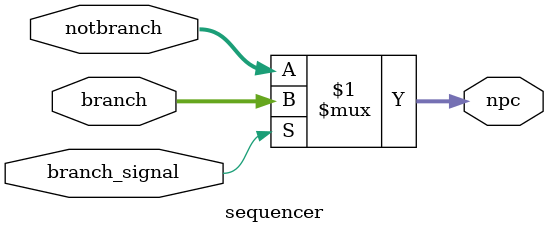
<source format=v>
`timescale 1ns / 1ps

`include "99_define.vh"

module sequencer(
    input wire branch_signal,
    input wire [31:0]branch,
    input wire [31:0]notbranch,

    output wire [31:0]npc
    );

    assign npc = branch_signal ? branch : notbranch;

endmodule


    
</source>
